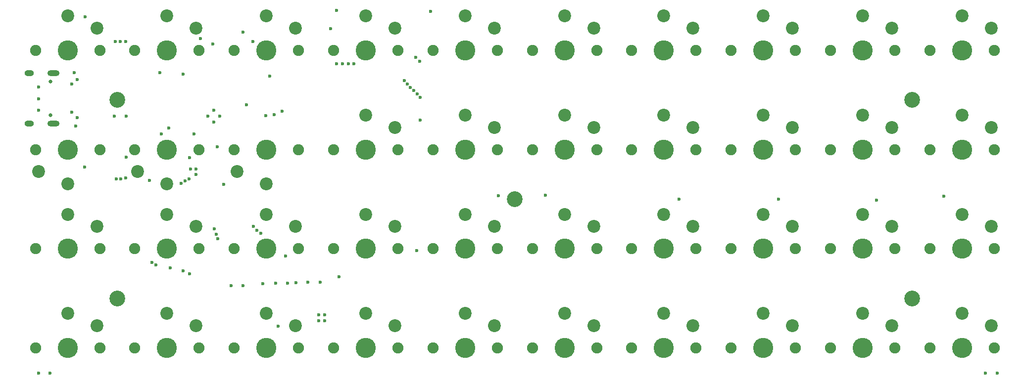
<source format=gts>
G04 #@! TF.GenerationSoftware,KiCad,Pcbnew,8.0.9-8.0.9-0~ubuntu22.04.1*
G04 #@! TF.CreationDate,2025-05-22T00:01:40+08:00*
G04 #@! TF.ProjectId,macropad,6d616372-6f70-4616-942e-6b696361645f,rev?*
G04 #@! TF.SameCoordinates,Original*
G04 #@! TF.FileFunction,Soldermask,Top*
G04 #@! TF.FilePolarity,Negative*
%FSLAX46Y46*%
G04 Gerber Fmt 4.6, Leading zero omitted, Abs format (unit mm)*
G04 Created by KiCad (PCBNEW 8.0.9-8.0.9-0~ubuntu22.04.1) date 2025-05-22 00:01:40*
%MOMM*%
%LPD*%
G01*
G04 APERTURE LIST*
%ADD10C,1.900000*%
%ADD11C,3.450000*%
%ADD12C,2.200000*%
%ADD13C,2.700000*%
%ADD14C,0.650000*%
%ADD15O,1.600000X1.000000*%
%ADD16O,2.100000X1.000000*%
%ADD17C,0.600000*%
G04 APERTURE END LIST*
D10*
X157500000Y-116700000D03*
D11*
X163000000Y-116700000D03*
D10*
X168500000Y-116700000D03*
D12*
X163000000Y-110800000D03*
X168000000Y-112900000D03*
D10*
X208500000Y-99700000D03*
D11*
X214000000Y-99700000D03*
D10*
X219500000Y-99700000D03*
D12*
X214000000Y-93800000D03*
X219000000Y-95900000D03*
D10*
X191500000Y-99700000D03*
D11*
X197000000Y-99700000D03*
D10*
X202500000Y-99700000D03*
D12*
X197000000Y-93800000D03*
X202000000Y-95900000D03*
D10*
X89500000Y-65700000D03*
D11*
X95000000Y-65700000D03*
D10*
X100500000Y-65700000D03*
D12*
X95000000Y-59800000D03*
X100000000Y-61900000D03*
D10*
X123500000Y-65700000D03*
D11*
X129000000Y-65700000D03*
D10*
X134500000Y-65700000D03*
D12*
X129000000Y-59800000D03*
X134000000Y-61900000D03*
D10*
X72500000Y-99700000D03*
D11*
X78000000Y-99700000D03*
D10*
X83500000Y-99700000D03*
D12*
X78000000Y-93800000D03*
X83000000Y-95900000D03*
D10*
X157500000Y-65700000D03*
D11*
X163000000Y-65700000D03*
D10*
X168500000Y-65700000D03*
D12*
X163000000Y-59800000D03*
X168000000Y-61900000D03*
D10*
X140500000Y-116700000D03*
D11*
X146000000Y-116700000D03*
D10*
X151500000Y-116700000D03*
D12*
X146000000Y-110800000D03*
X151000000Y-112900000D03*
D10*
X72500000Y-65700000D03*
D11*
X78000000Y-65700000D03*
D10*
X83500000Y-65700000D03*
D12*
X78000000Y-59800000D03*
X83000000Y-61900000D03*
D13*
X205500000Y-108200000D03*
D10*
X191500000Y-116700000D03*
D11*
X197000000Y-116700000D03*
D10*
X202500000Y-116700000D03*
D12*
X197000000Y-110800000D03*
X202000000Y-112900000D03*
D10*
X123500000Y-99700000D03*
D11*
X129000000Y-99700000D03*
D10*
X134500000Y-99700000D03*
D12*
X129000000Y-93800000D03*
X134000000Y-95900000D03*
D13*
X69500000Y-108200000D03*
D10*
X157500000Y-82700000D03*
D11*
X163000000Y-82700000D03*
D10*
X168500000Y-82700000D03*
D12*
X163000000Y-76800000D03*
X168000000Y-78900000D03*
D10*
X106500000Y-65700000D03*
D11*
X112000000Y-65700000D03*
D10*
X117500000Y-65700000D03*
D12*
X112000000Y-59800000D03*
X117000000Y-61900000D03*
D13*
X69500000Y-74200000D03*
D10*
X174500000Y-116700000D03*
D11*
X180000000Y-116700000D03*
D10*
X185500000Y-116700000D03*
D12*
X180000000Y-110800000D03*
X185000000Y-112900000D03*
D10*
X123500000Y-116700000D03*
D11*
X129000000Y-116700000D03*
D10*
X134500000Y-116700000D03*
D12*
X129000000Y-110800000D03*
X134000000Y-112900000D03*
D10*
X174500000Y-65700000D03*
D11*
X180000000Y-65700000D03*
D10*
X185500000Y-65700000D03*
D12*
X180000000Y-59800000D03*
X185000000Y-61900000D03*
D10*
X208500000Y-116700000D03*
D11*
X214000000Y-116700000D03*
D10*
X219500000Y-116700000D03*
D12*
X214000000Y-110800000D03*
X219000000Y-112900000D03*
D10*
X55500000Y-65700000D03*
D11*
X61000000Y-65700000D03*
D10*
X66500000Y-65700000D03*
D12*
X61000000Y-59800000D03*
X66000000Y-61900000D03*
D10*
X89500000Y-99700000D03*
D11*
X95000000Y-99700000D03*
D10*
X100500000Y-99700000D03*
D12*
X95000000Y-93800000D03*
X100000000Y-95900000D03*
D10*
X140500000Y-82700000D03*
D11*
X146000000Y-82700000D03*
D10*
X151500000Y-82700000D03*
D12*
X146000000Y-76800000D03*
X151000000Y-78900000D03*
D10*
X83500000Y-82700000D03*
D11*
X78000000Y-82700000D03*
D10*
X72500000Y-82700000D03*
D12*
X78000000Y-88600000D03*
X73000000Y-86500000D03*
D10*
X100500000Y-82700000D03*
D11*
X95000000Y-82700000D03*
D10*
X89500000Y-82700000D03*
D12*
X95000000Y-88600000D03*
X90000000Y-86500000D03*
D10*
X55500000Y-99700000D03*
D11*
X61000000Y-99700000D03*
D10*
X66500000Y-99700000D03*
D12*
X61000000Y-93800000D03*
X66000000Y-95900000D03*
D10*
X106500000Y-116700000D03*
D11*
X112000000Y-116700000D03*
D10*
X117500000Y-116700000D03*
D12*
X112000000Y-110800000D03*
X117000000Y-112900000D03*
D10*
X66500000Y-82700000D03*
D11*
X61000000Y-82700000D03*
D10*
X55500000Y-82700000D03*
D12*
X61000000Y-88600000D03*
X56000000Y-86500000D03*
D13*
X205500000Y-74200000D03*
D10*
X72500000Y-116700000D03*
D11*
X78000000Y-116700000D03*
D10*
X83500000Y-116700000D03*
D12*
X78000000Y-110800000D03*
X83000000Y-112900000D03*
D10*
X191500000Y-65700000D03*
D11*
X197000000Y-65700000D03*
D10*
X202500000Y-65700000D03*
D12*
X197000000Y-59800000D03*
X202000000Y-61900000D03*
D10*
X106500000Y-82700000D03*
D11*
X112000000Y-82700000D03*
D10*
X117500000Y-82700000D03*
D12*
X112000000Y-76800000D03*
X117000000Y-78900000D03*
D10*
X174500000Y-82700000D03*
D11*
X180000000Y-82700000D03*
D10*
X185500000Y-82700000D03*
D12*
X180000000Y-76800000D03*
X185000000Y-78900000D03*
D10*
X123500000Y-82700000D03*
D11*
X129000000Y-82700000D03*
D10*
X134500000Y-82700000D03*
D12*
X129000000Y-76800000D03*
X134000000Y-78900000D03*
D10*
X208500000Y-65700000D03*
D11*
X214000000Y-65700000D03*
D10*
X219500000Y-65700000D03*
D12*
X214000000Y-59800000D03*
X219000000Y-61900000D03*
D10*
X208500000Y-82700000D03*
D11*
X214000000Y-82700000D03*
D10*
X219500000Y-82700000D03*
D12*
X214000000Y-76800000D03*
X219000000Y-78900000D03*
D10*
X157500000Y-99700000D03*
D11*
X163000000Y-99700000D03*
D10*
X168500000Y-99700000D03*
D12*
X163000000Y-93800000D03*
X168000000Y-95900000D03*
D13*
X137500000Y-91200000D03*
D10*
X89500000Y-116700000D03*
D11*
X95000000Y-116700000D03*
D10*
X100500000Y-116700000D03*
D12*
X95000000Y-110800000D03*
X100000000Y-112900000D03*
D10*
X140500000Y-99700000D03*
D11*
X146000000Y-99700000D03*
D10*
X151500000Y-99700000D03*
D12*
X146000000Y-93800000D03*
X151000000Y-95900000D03*
D10*
X106500000Y-99700000D03*
D11*
X112000000Y-99700000D03*
D10*
X117500000Y-99700000D03*
D12*
X112000000Y-93800000D03*
X117000000Y-95900000D03*
D10*
X174500000Y-99700000D03*
D11*
X180000000Y-99700000D03*
D10*
X185500000Y-99700000D03*
D12*
X180000000Y-93800000D03*
X185000000Y-95900000D03*
D10*
X55500000Y-116700000D03*
D11*
X61000000Y-116700000D03*
D10*
X66500000Y-116700000D03*
D12*
X61000000Y-110800000D03*
X66000000Y-112900000D03*
D10*
X140500000Y-65700000D03*
D11*
X146000000Y-65700000D03*
D10*
X151500000Y-65700000D03*
D12*
X146000000Y-59800000D03*
X151000000Y-61900000D03*
D10*
X191500000Y-82700000D03*
D11*
X197000000Y-82700000D03*
D10*
X202500000Y-82700000D03*
D12*
X197000000Y-76800000D03*
X202000000Y-78900000D03*
D14*
X58055000Y-76840000D03*
X58055000Y-71060000D03*
D15*
X54405000Y-78270000D03*
D16*
X58585000Y-78270000D03*
D15*
X54405000Y-69630000D03*
D16*
X58585000Y-69630000D03*
D17*
X56000000Y-76000000D03*
X107000000Y-68000000D03*
X109000000Y-68000000D03*
X62600000Y-77200000D03*
X108000000Y-68000000D03*
X105000000Y-111000000D03*
X91600000Y-75000000D03*
X80800000Y-69800000D03*
X97000000Y-113000000D03*
X71000000Y-84000000D03*
X64000000Y-60000000D03*
X56000000Y-74000000D03*
X87000000Y-77000000D03*
X58000000Y-121000000D03*
X85000000Y-77000000D03*
X91000000Y-62600000D03*
X83000000Y-86000000D03*
X106000000Y-62000000D03*
X56000000Y-72000000D03*
X220000000Y-121000000D03*
X104000000Y-111000000D03*
X83000000Y-87000000D03*
X105000000Y-112000000D03*
X123100000Y-59000000D03*
X86000000Y-78000000D03*
X56000000Y-121000000D03*
X69000000Y-77000000D03*
X107000000Y-58900000D03*
X75000000Y-88000000D03*
X218000000Y-121000000D03*
X71000000Y-77000000D03*
X104000000Y-112000000D03*
X62600000Y-70700000D03*
X77000000Y-80000000D03*
X82000000Y-86000000D03*
X85800000Y-64600000D03*
X76812500Y-69550000D03*
X86000000Y-76000000D03*
X89000000Y-106000000D03*
X91000000Y-106000000D03*
X110000000Y-68000000D03*
X96370889Y-76729111D03*
X182600000Y-91200000D03*
X63900000Y-85700000D03*
X210900000Y-90700000D03*
X134700000Y-90600000D03*
X199400000Y-91400000D03*
X120550000Y-66900000D03*
X98300000Y-100900000D03*
X81900000Y-84100000D03*
X121350000Y-77621428D03*
X121200000Y-67550000D03*
X120700000Y-100000000D03*
X82600000Y-80000000D03*
X165600000Y-91200000D03*
X97700000Y-76100000D03*
X61700000Y-71500000D03*
X95600000Y-70100000D03*
X78300000Y-79000000D03*
X92700000Y-64200000D03*
X61700000Y-76300000D03*
X83700000Y-63700000D03*
X86600000Y-82200000D03*
X94900000Y-76900000D03*
X62400000Y-78700000D03*
X62100000Y-69500000D03*
X142700000Y-90500000D03*
X87700000Y-88700000D03*
X81815544Y-87742228D03*
X121300330Y-73800460D03*
X81100000Y-88100000D03*
X120834599Y-73150000D03*
X80400000Y-88500000D03*
X120253650Y-72600000D03*
X119629149Y-72100000D03*
X70909620Y-87590380D03*
X119100000Y-71500000D03*
X70100000Y-87700000D03*
X69300000Y-87700000D03*
X118600000Y-70850000D03*
X92788258Y-95900000D03*
X86100000Y-96300000D03*
X86400000Y-97200000D03*
X93362068Y-96550000D03*
X94089811Y-97050000D03*
X86715136Y-98000000D03*
X75400000Y-102000000D03*
X76100000Y-102500000D03*
X78600000Y-103000000D03*
X80750000Y-103500000D03*
X81900000Y-104000000D03*
X94400000Y-105700000D03*
X96600000Y-105600000D03*
X98600000Y-105600000D03*
X100100000Y-105500000D03*
X102100000Y-105400000D03*
X104200000Y-105400000D03*
X107400000Y-104500000D03*
X70909622Y-64209621D03*
X70000003Y-64200000D03*
X69200000Y-64200000D03*
M02*

</source>
